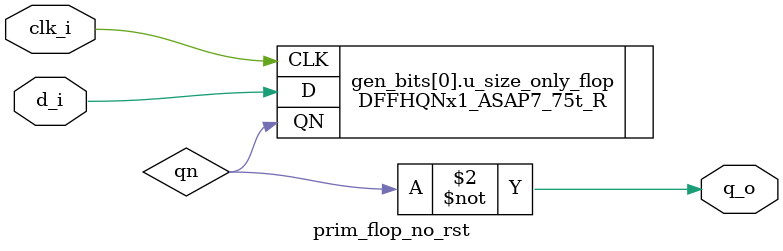
<source format=sv>

`include "prim_assert.sv"

module prim_flop_no_rst #(
  parameter int Width = 1
) (
  input  logic             clk_i,
  input  logic [Width-1:0] d_i,
  output logic [Width-1:0] q_o
);

  logic [Width-1:0] qn;

  for (genvar idx = 0; idx < Width; idx++) begin : gen_bits
    DFFHQNx1_ASAP7_75t_R u_size_only_flop (
      .CLK(clk_i),
      .D  (d_i[idx]),
      .QN (qn[idx])
    );
    assign q_o[idx] = ~qn[idx];
  end

endmodule

</source>
